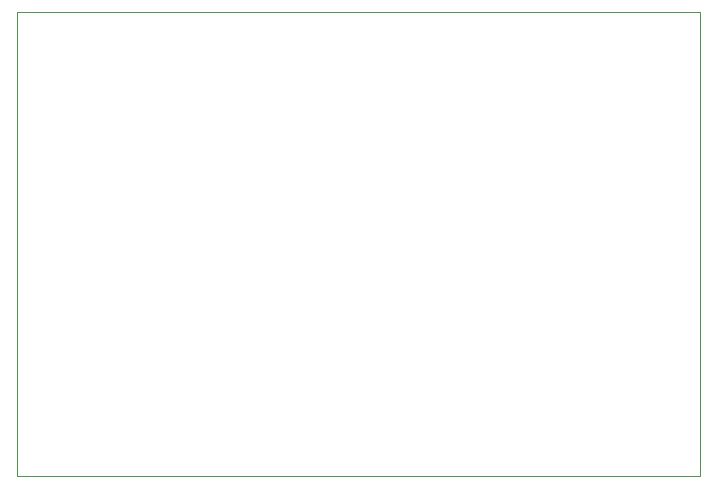
<source format=gbr>
G04 #@! TF.GenerationSoftware,KiCad,Pcbnew,(5.1.5)-3*
G04 #@! TF.CreationDate,2020-05-22T11:52:53-04:00*
G04 #@! TF.ProjectId,uBit_carrier,75426974-5f63-4617-9272-6965722e6b69,rev?*
G04 #@! TF.SameCoordinates,Original*
G04 #@! TF.FileFunction,Profile,NP*
%FSLAX46Y46*%
G04 Gerber Fmt 4.6, Leading zero omitted, Abs format (unit mm)*
G04 Created by KiCad (PCBNEW (5.1.5)-3) date 2020-05-22 11:52:53*
%MOMM*%
%LPD*%
G04 APERTURE LIST*
%ADD10C,0.050000*%
G04 APERTURE END LIST*
D10*
X142800000Y-113500000D02*
X200600000Y-113500000D01*
X142800000Y-74200000D02*
X142800000Y-113500000D01*
X200600000Y-74200000D02*
X200600000Y-113500000D01*
X142800000Y-74200000D02*
X200600000Y-74200000D01*
M02*

</source>
